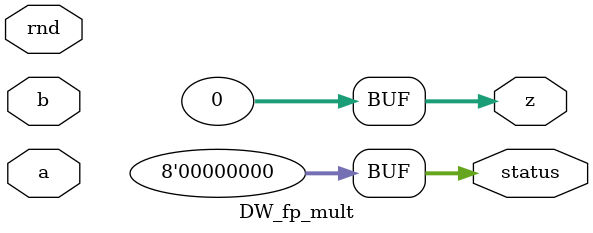
<source format=v>
module DW_fp_mult(a, b, rnd, status, z);

parameter sig_width = 23;
parameter exp_width = 8;
parameter ieee_compliance = 1;

input [sig_width+exp_width:0] a,b;
input [2:0] rnd;
output [7:0] status;
output [sig_width+exp_width:0] z;

assign status = 0;
assign z = 0;

endmodule

</source>
